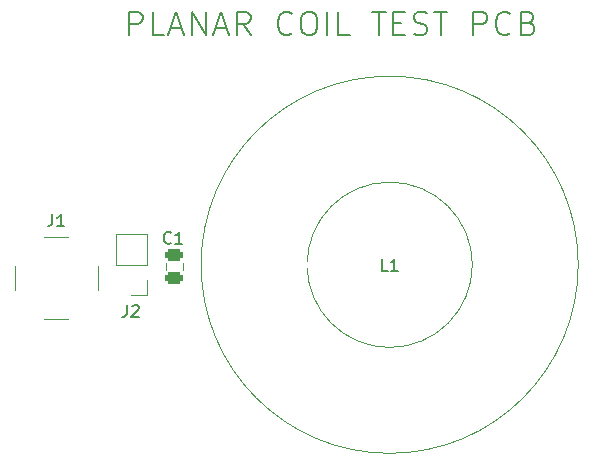
<source format=gbr>
%TF.GenerationSoftware,KiCad,Pcbnew,8.0.1*%
%TF.CreationDate,2024-06-16T17:47:39-07:00*%
%TF.ProjectId,eddy_pcb_coil,65646479-5f70-4636-925f-636f696c2e6b,rev?*%
%TF.SameCoordinates,Original*%
%TF.FileFunction,Legend,Top*%
%TF.FilePolarity,Positive*%
%FSLAX46Y46*%
G04 Gerber Fmt 4.6, Leading zero omitted, Abs format (unit mm)*
G04 Created by KiCad (PCBNEW 8.0.1) date 2024-06-16 17:47:39*
%MOMM*%
%LPD*%
G01*
G04 APERTURE LIST*
G04 Aperture macros list*
%AMRoundRect*
0 Rectangle with rounded corners*
0 $1 Rounding radius*
0 $2 $3 $4 $5 $6 $7 $8 $9 X,Y pos of 4 corners*
0 Add a 4 corners polygon primitive as box body*
4,1,4,$2,$3,$4,$5,$6,$7,$8,$9,$2,$3,0*
0 Add four circle primitives for the rounded corners*
1,1,$1+$1,$2,$3*
1,1,$1+$1,$4,$5*
1,1,$1+$1,$6,$7*
1,1,$1+$1,$8,$9*
0 Add four rect primitives between the rounded corners*
20,1,$1+$1,$2,$3,$4,$5,0*
20,1,$1+$1,$4,$5,$6,$7,0*
20,1,$1+$1,$6,$7,$8,$9,0*
20,1,$1+$1,$8,$9,$2,$3,0*%
G04 Aperture macros list end*
%ADD10C,0.100000*%
%ADD11C,0.200000*%
%ADD12C,0.150000*%
%ADD13C,0.120000*%
%ADD14C,3.200000*%
%ADD15R,1.700000X1.700000*%
%ADD16O,1.700000X1.700000*%
%ADD17C,0.600000*%
%ADD18C,2.240000*%
%ADD19C,2.740000*%
%ADD20RoundRect,0.250000X0.475000X-0.250000X0.475000X0.250000X-0.475000X0.250000X-0.475000X-0.250000X0*%
G04 APERTURE END LIST*
D10*
X170638738Y-67437000D02*
G75*
G02*
X156638738Y-67437000I-7000000J0D01*
G01*
X156638738Y-67437000D02*
G75*
G02*
X170638738Y-67437000I7000000J0D01*
G01*
X179603401Y-67437000D02*
G75*
G02*
X147674075Y-67437000I-15964663J0D01*
G01*
X147674075Y-67437000D02*
G75*
G02*
X179603401Y-67437000I15964663J0D01*
G01*
D11*
X141577768Y-48004838D02*
X141577768Y-46004838D01*
X141577768Y-46004838D02*
X142339673Y-46004838D01*
X142339673Y-46004838D02*
X142530149Y-46100076D01*
X142530149Y-46100076D02*
X142625387Y-46195314D01*
X142625387Y-46195314D02*
X142720625Y-46385790D01*
X142720625Y-46385790D02*
X142720625Y-46671504D01*
X142720625Y-46671504D02*
X142625387Y-46861980D01*
X142625387Y-46861980D02*
X142530149Y-46957219D01*
X142530149Y-46957219D02*
X142339673Y-47052457D01*
X142339673Y-47052457D02*
X141577768Y-47052457D01*
X144530149Y-48004838D02*
X143577768Y-48004838D01*
X143577768Y-48004838D02*
X143577768Y-46004838D01*
X145101578Y-47433409D02*
X146053959Y-47433409D01*
X144911102Y-48004838D02*
X145577768Y-46004838D01*
X145577768Y-46004838D02*
X146244435Y-48004838D01*
X146911102Y-48004838D02*
X146911102Y-46004838D01*
X146911102Y-46004838D02*
X148053959Y-48004838D01*
X148053959Y-48004838D02*
X148053959Y-46004838D01*
X148911102Y-47433409D02*
X149863483Y-47433409D01*
X148720626Y-48004838D02*
X149387292Y-46004838D01*
X149387292Y-46004838D02*
X150053959Y-48004838D01*
X151863483Y-48004838D02*
X151196816Y-47052457D01*
X150720626Y-48004838D02*
X150720626Y-46004838D01*
X150720626Y-46004838D02*
X151482531Y-46004838D01*
X151482531Y-46004838D02*
X151673007Y-46100076D01*
X151673007Y-46100076D02*
X151768245Y-46195314D01*
X151768245Y-46195314D02*
X151863483Y-46385790D01*
X151863483Y-46385790D02*
X151863483Y-46671504D01*
X151863483Y-46671504D02*
X151768245Y-46861980D01*
X151768245Y-46861980D02*
X151673007Y-46957219D01*
X151673007Y-46957219D02*
X151482531Y-47052457D01*
X151482531Y-47052457D02*
X150720626Y-47052457D01*
X155387293Y-47814361D02*
X155292055Y-47909600D01*
X155292055Y-47909600D02*
X155006341Y-48004838D01*
X155006341Y-48004838D02*
X154815865Y-48004838D01*
X154815865Y-48004838D02*
X154530150Y-47909600D01*
X154530150Y-47909600D02*
X154339674Y-47719123D01*
X154339674Y-47719123D02*
X154244436Y-47528647D01*
X154244436Y-47528647D02*
X154149198Y-47147695D01*
X154149198Y-47147695D02*
X154149198Y-46861980D01*
X154149198Y-46861980D02*
X154244436Y-46481028D01*
X154244436Y-46481028D02*
X154339674Y-46290552D01*
X154339674Y-46290552D02*
X154530150Y-46100076D01*
X154530150Y-46100076D02*
X154815865Y-46004838D01*
X154815865Y-46004838D02*
X155006341Y-46004838D01*
X155006341Y-46004838D02*
X155292055Y-46100076D01*
X155292055Y-46100076D02*
X155387293Y-46195314D01*
X156625388Y-46004838D02*
X157006341Y-46004838D01*
X157006341Y-46004838D02*
X157196817Y-46100076D01*
X157196817Y-46100076D02*
X157387293Y-46290552D01*
X157387293Y-46290552D02*
X157482531Y-46671504D01*
X157482531Y-46671504D02*
X157482531Y-47338171D01*
X157482531Y-47338171D02*
X157387293Y-47719123D01*
X157387293Y-47719123D02*
X157196817Y-47909600D01*
X157196817Y-47909600D02*
X157006341Y-48004838D01*
X157006341Y-48004838D02*
X156625388Y-48004838D01*
X156625388Y-48004838D02*
X156434912Y-47909600D01*
X156434912Y-47909600D02*
X156244436Y-47719123D01*
X156244436Y-47719123D02*
X156149198Y-47338171D01*
X156149198Y-47338171D02*
X156149198Y-46671504D01*
X156149198Y-46671504D02*
X156244436Y-46290552D01*
X156244436Y-46290552D02*
X156434912Y-46100076D01*
X156434912Y-46100076D02*
X156625388Y-46004838D01*
X158339674Y-48004838D02*
X158339674Y-46004838D01*
X160244436Y-48004838D02*
X159292055Y-48004838D01*
X159292055Y-48004838D02*
X159292055Y-46004838D01*
X162149199Y-46004838D02*
X163292056Y-46004838D01*
X162720627Y-48004838D02*
X162720627Y-46004838D01*
X163958723Y-46957219D02*
X164625390Y-46957219D01*
X164911104Y-48004838D02*
X163958723Y-48004838D01*
X163958723Y-48004838D02*
X163958723Y-46004838D01*
X163958723Y-46004838D02*
X164911104Y-46004838D01*
X165673009Y-47909600D02*
X165958723Y-48004838D01*
X165958723Y-48004838D02*
X166434914Y-48004838D01*
X166434914Y-48004838D02*
X166625390Y-47909600D01*
X166625390Y-47909600D02*
X166720628Y-47814361D01*
X166720628Y-47814361D02*
X166815866Y-47623885D01*
X166815866Y-47623885D02*
X166815866Y-47433409D01*
X166815866Y-47433409D02*
X166720628Y-47242933D01*
X166720628Y-47242933D02*
X166625390Y-47147695D01*
X166625390Y-47147695D02*
X166434914Y-47052457D01*
X166434914Y-47052457D02*
X166053961Y-46957219D01*
X166053961Y-46957219D02*
X165863485Y-46861980D01*
X165863485Y-46861980D02*
X165768247Y-46766742D01*
X165768247Y-46766742D02*
X165673009Y-46576266D01*
X165673009Y-46576266D02*
X165673009Y-46385790D01*
X165673009Y-46385790D02*
X165768247Y-46195314D01*
X165768247Y-46195314D02*
X165863485Y-46100076D01*
X165863485Y-46100076D02*
X166053961Y-46004838D01*
X166053961Y-46004838D02*
X166530152Y-46004838D01*
X166530152Y-46004838D02*
X166815866Y-46100076D01*
X167387295Y-46004838D02*
X168530152Y-46004838D01*
X167958723Y-48004838D02*
X167958723Y-46004838D01*
X170720629Y-48004838D02*
X170720629Y-46004838D01*
X170720629Y-46004838D02*
X171482534Y-46004838D01*
X171482534Y-46004838D02*
X171673010Y-46100076D01*
X171673010Y-46100076D02*
X171768248Y-46195314D01*
X171768248Y-46195314D02*
X171863486Y-46385790D01*
X171863486Y-46385790D02*
X171863486Y-46671504D01*
X171863486Y-46671504D02*
X171768248Y-46861980D01*
X171768248Y-46861980D02*
X171673010Y-46957219D01*
X171673010Y-46957219D02*
X171482534Y-47052457D01*
X171482534Y-47052457D02*
X170720629Y-47052457D01*
X173863486Y-47814361D02*
X173768248Y-47909600D01*
X173768248Y-47909600D02*
X173482534Y-48004838D01*
X173482534Y-48004838D02*
X173292058Y-48004838D01*
X173292058Y-48004838D02*
X173006343Y-47909600D01*
X173006343Y-47909600D02*
X172815867Y-47719123D01*
X172815867Y-47719123D02*
X172720629Y-47528647D01*
X172720629Y-47528647D02*
X172625391Y-47147695D01*
X172625391Y-47147695D02*
X172625391Y-46861980D01*
X172625391Y-46861980D02*
X172720629Y-46481028D01*
X172720629Y-46481028D02*
X172815867Y-46290552D01*
X172815867Y-46290552D02*
X173006343Y-46100076D01*
X173006343Y-46100076D02*
X173292058Y-46004838D01*
X173292058Y-46004838D02*
X173482534Y-46004838D01*
X173482534Y-46004838D02*
X173768248Y-46100076D01*
X173768248Y-46100076D02*
X173863486Y-46195314D01*
X175387296Y-46957219D02*
X175673010Y-47052457D01*
X175673010Y-47052457D02*
X175768248Y-47147695D01*
X175768248Y-47147695D02*
X175863486Y-47338171D01*
X175863486Y-47338171D02*
X175863486Y-47623885D01*
X175863486Y-47623885D02*
X175768248Y-47814361D01*
X175768248Y-47814361D02*
X175673010Y-47909600D01*
X175673010Y-47909600D02*
X175482534Y-48004838D01*
X175482534Y-48004838D02*
X174720629Y-48004838D01*
X174720629Y-48004838D02*
X174720629Y-46004838D01*
X174720629Y-46004838D02*
X175387296Y-46004838D01*
X175387296Y-46004838D02*
X175577772Y-46100076D01*
X175577772Y-46100076D02*
X175673010Y-46195314D01*
X175673010Y-46195314D02*
X175768248Y-46385790D01*
X175768248Y-46385790D02*
X175768248Y-46576266D01*
X175768248Y-46576266D02*
X175673010Y-46766742D01*
X175673010Y-46766742D02*
X175577772Y-46861980D01*
X175577772Y-46861980D02*
X175387296Y-46957219D01*
X175387296Y-46957219D02*
X174720629Y-46957219D01*
D12*
X141398666Y-70854219D02*
X141398666Y-71568504D01*
X141398666Y-71568504D02*
X141351047Y-71711361D01*
X141351047Y-71711361D02*
X141255809Y-71806600D01*
X141255809Y-71806600D02*
X141112952Y-71854219D01*
X141112952Y-71854219D02*
X141017714Y-71854219D01*
X141827238Y-70949457D02*
X141874857Y-70901838D01*
X141874857Y-70901838D02*
X141970095Y-70854219D01*
X141970095Y-70854219D02*
X142208190Y-70854219D01*
X142208190Y-70854219D02*
X142303428Y-70901838D01*
X142303428Y-70901838D02*
X142351047Y-70949457D01*
X142351047Y-70949457D02*
X142398666Y-71044695D01*
X142398666Y-71044695D02*
X142398666Y-71139933D01*
X142398666Y-71139933D02*
X142351047Y-71282790D01*
X142351047Y-71282790D02*
X141779619Y-71854219D01*
X141779619Y-71854219D02*
X142398666Y-71854219D01*
X163460533Y-67934619D02*
X162984343Y-67934619D01*
X162984343Y-67934619D02*
X162984343Y-66934619D01*
X164317676Y-67934619D02*
X163746248Y-67934619D01*
X164031962Y-67934619D02*
X164031962Y-66934619D01*
X164031962Y-66934619D02*
X163936724Y-67077476D01*
X163936724Y-67077476D02*
X163841486Y-67172714D01*
X163841486Y-67172714D02*
X163746248Y-67220333D01*
X135074066Y-63159419D02*
X135074066Y-63873704D01*
X135074066Y-63873704D02*
X135026447Y-64016561D01*
X135026447Y-64016561D02*
X134931209Y-64111800D01*
X134931209Y-64111800D02*
X134788352Y-64159419D01*
X134788352Y-64159419D02*
X134693114Y-64159419D01*
X136074066Y-64159419D02*
X135502638Y-64159419D01*
X135788352Y-64159419D02*
X135788352Y-63159419D01*
X135788352Y-63159419D02*
X135693114Y-63302276D01*
X135693114Y-63302276D02*
X135597876Y-63397514D01*
X135597876Y-63397514D02*
X135502638Y-63445133D01*
X145121333Y-65561380D02*
X145073714Y-65609000D01*
X145073714Y-65609000D02*
X144930857Y-65656619D01*
X144930857Y-65656619D02*
X144835619Y-65656619D01*
X144835619Y-65656619D02*
X144692762Y-65609000D01*
X144692762Y-65609000D02*
X144597524Y-65513761D01*
X144597524Y-65513761D02*
X144549905Y-65418523D01*
X144549905Y-65418523D02*
X144502286Y-65228047D01*
X144502286Y-65228047D02*
X144502286Y-65085190D01*
X144502286Y-65085190D02*
X144549905Y-64894714D01*
X144549905Y-64894714D02*
X144597524Y-64799476D01*
X144597524Y-64799476D02*
X144692762Y-64704238D01*
X144692762Y-64704238D02*
X144835619Y-64656619D01*
X144835619Y-64656619D02*
X144930857Y-64656619D01*
X144930857Y-64656619D02*
X145073714Y-64704238D01*
X145073714Y-64704238D02*
X145121333Y-64751857D01*
X146073714Y-65656619D02*
X145502286Y-65656619D01*
X145788000Y-65656619D02*
X145788000Y-64656619D01*
X145788000Y-64656619D02*
X145692762Y-64799476D01*
X145692762Y-64799476D02*
X145597524Y-64894714D01*
X145597524Y-64894714D02*
X145502286Y-64942333D01*
D13*
%TO.C,J2*%
X143087400Y-70016600D02*
X141757400Y-70016600D01*
X143087400Y-68686600D02*
X143087400Y-70016600D01*
X143087400Y-67416600D02*
X143087400Y-64816600D01*
X143087400Y-67416600D02*
X140427400Y-67416600D01*
X143087400Y-64816600D02*
X140427400Y-64816600D01*
X140427400Y-67416600D02*
X140427400Y-64816600D01*
%TO.C,J1*%
X131902200Y-69554600D02*
X131902200Y-67554600D01*
X134407400Y-65049400D02*
X136407400Y-65049400D01*
X136407400Y-72059800D02*
X134407400Y-72059800D01*
X138912600Y-67554600D02*
X138912600Y-69554600D01*
%TO.C,C1*%
X144680000Y-67850652D02*
X144680000Y-67328148D01*
X146150000Y-67850652D02*
X146150000Y-67328148D01*
%TD*%
%LPC*%
D14*
%TO.C,H4*%
X184150000Y-85090000D03*
%TD*%
%TO.C,H3*%
X133350000Y-85090000D03*
%TD*%
%TO.C,H2*%
X184150000Y-46990000D03*
%TD*%
%TO.C,H1*%
X133350000Y-46990000D03*
%TD*%
D15*
%TO.C,J2*%
X141757400Y-68686600D03*
D16*
X141757400Y-66146600D03*
%TD*%
D17*
%TO.C,L1*%
X156911200Y-67479800D03*
%TD*%
D18*
%TO.C,J1*%
X135407400Y-68554600D03*
D19*
X132867400Y-66014600D03*
X132867400Y-71094600D03*
X137947400Y-66014600D03*
X137947400Y-71094600D03*
%TD*%
D20*
%TO.C,C1*%
X145415000Y-68539400D03*
X145415000Y-66639400D03*
%TD*%
%LPD*%
M02*

</source>
